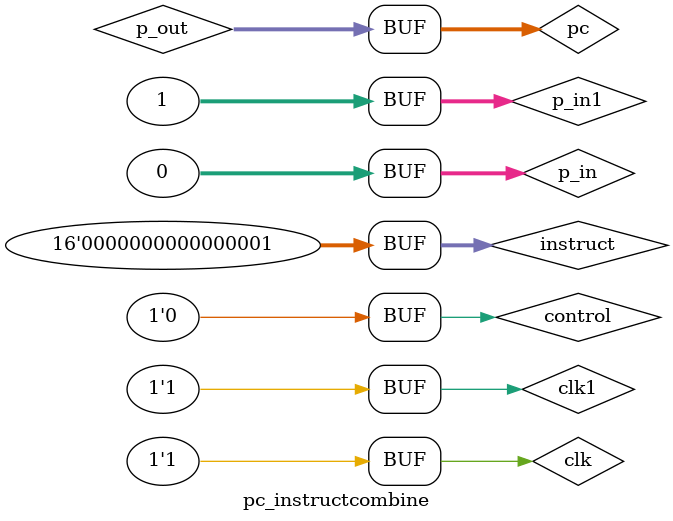
<source format=v>
module pc_instructcombine;
wire [31:0] p_in;
wire [31:0] p_out;
wire [15:0] instruct;
wire control;
wire clk;
wire [31:0] pc;
wire [5:0] opcode;//6 bit opcode
wire [4:0] r_reg1;
wire [4:0] r_reg2;
wire [4:0] w_reg;
wire [4:0] shift;
wire [5:0] funct;
wire  [15:0] inst_16bit;
assign p_in=32'd0;
assign instruct=15'd1;
assign control=1'b0;
assign clk =1'b1;
pc1 uu1 (p_in,p_out,instruct,control,clk);
assign pc = p_out;
instruct_mem uu2(clk,pc,opcode,r_reg1,r_reg2,w_reg,shift,funct,inst_16bit);
wire [31:0] p_in1;
wire [31:0] p_out1;
wire [15:0] instruct1;
wire control1;
wire clk1;
assign p_in1=32'd1;
assign instruct1=inst_16bit;
assign control=1'b0;
assign clk1=1'b1;
pc1 uu3 (p_in1,p_out1,instruct1,control1,clk1); 
endmodule
</source>
